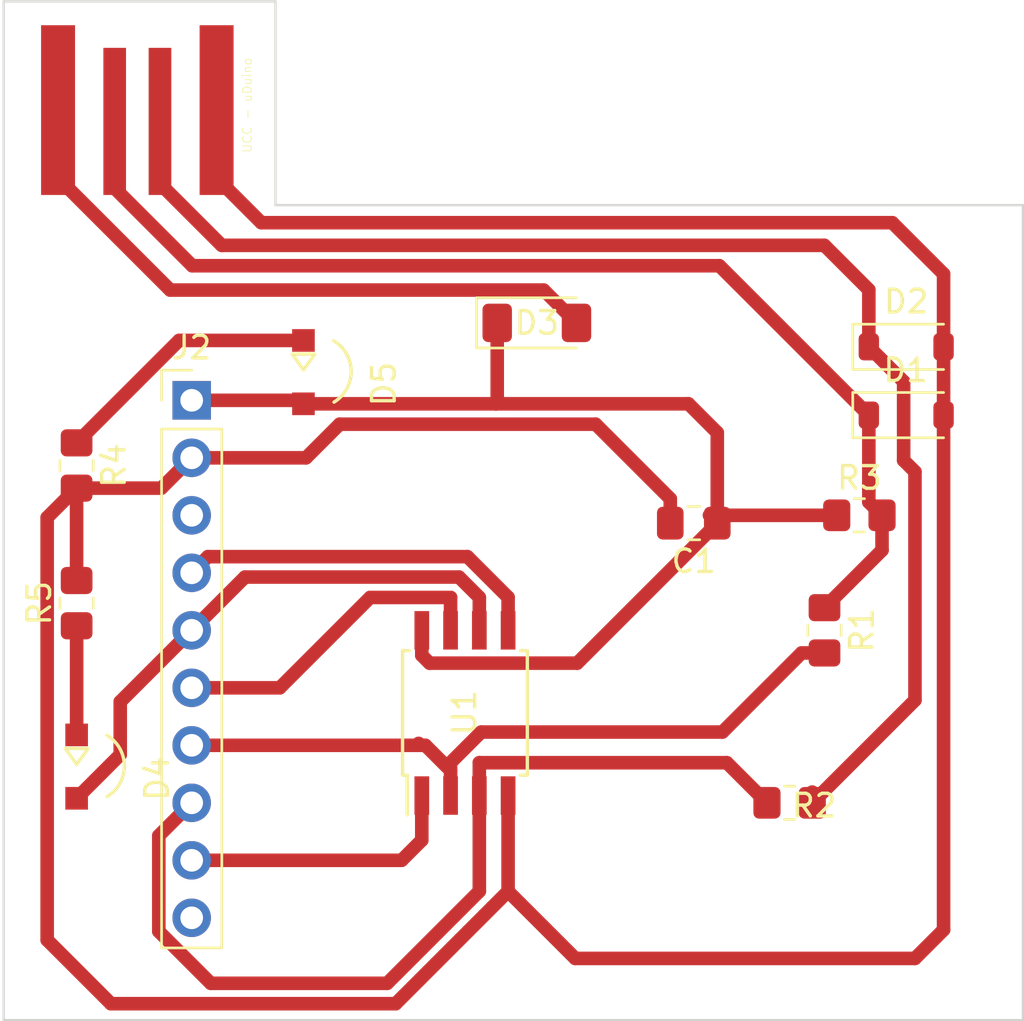
<source format=kicad_pcb>
(kicad_pcb (version 20241229) (generator "pcbnew") (generator_version "9.0")
  (layers (0 "F.Cu" signal) (2 "B.Cu" signal) (13 "F.Paste" user) (15 "B.Paste" user) (5 "F.SilkS" user "F.Silkscreen") (7 "B.SilkS" user "B.Silkscreen") (1 "F.Mask" user) (3 "B.Mask" user) (25 "Edge.Cuts" user))
  (net 0 "")
  (net 1 "GND")
  (net 2 "Net-(D1-K)")
  (net 3 "+5V")
  (net 4 "Net-(D2-K)")
  (net 5 "/1")
  (net 6 "Net-(D4-K)")
  (net 7 "Net-(D4-A)")
  (net 8 "Net-(D5-K)")
  (net 10 "Net-(J2-Pin_4)")
  (net 11 "Net-(J2-Pin_6)")
  (net 12 "Net-(J2-Pin_7)")
  (net 13 "Net-(J2-Pin_8)")
  (net 14 "Net-(J2-Pin_9)")
  (footprint "Resistor_SMD:R_0805_2012Metric_Pad1.20x1.40mm_HandSolder" (layer "F.Cu") (at 212.98342 55.725502 -90)
    (property "Reference" "R4" (at 0 -1.65 90) (layer "F.SilkS"))
    (property "Value" "330Ω 5% 1/8W")
    (fp_line (start -0.227064 0.735) (end 0.227064 0.735) (stroke (width 0.12)) (layer "F.SilkS"))
    (fp_line (start -0.227064 -0.735) (end 0.227064 -0.735) (stroke (width 0.12)) (layer "F.SilkS"))
    (pad "1" smd roundrect (at -1 0 270) (size 1.2 1.4) (layers "F.Cu" "F.Mask" "F.Paste") (roundrect_rratio 0.208333) (net 8 "Net-(D5-K)"))
    (pad "2" smd roundrect (at 1 0 270) (size 1.2 1.4) (layers "F.Cu" "F.Mask" "F.Paste") (roundrect_rratio 0.208333) (net 1 "GND"))
  )
  (footprint "Package_SO:SOIC-8W_5.3x5.3mm_P1.27mm" (layer "F.Cu") (at 230.130502 66.655502 90)
    (property "Reference" "U1" (at 0.0178 -0.0254 90) (layer "F.SilkS"))
    (property "Value" "ATtiny85-20S")
    (fp_line (start 2.75 -2.755) (end 2.75 -2.455) (stroke (width 0.15)) (layer "F.SilkS"))
    (fp_line (start -2.75 -2.755) (end 2.75 -2.755) (stroke (width 0.15)) (layer "F.SilkS"))
    (fp_line (start -2.75 -2.755) (end -2.75 -2.55) (stroke (width 0.15)) (layer "F.SilkS"))
    (fp_line (start -2.75 -2.55) (end -4.5 -2.55) (stroke (width 0.15)) (layer "F.SilkS"))
    (fp_line (start 2.75 2.755) (end 2.75 2.455) (stroke (width 0.15)) (layer "F.SilkS"))
    (fp_line (start -2.75 2.755) (end -2.75 2.455) (stroke (width 0.15)) (layer "F.SilkS"))
    (fp_line (start -2.75 2.755) (end 2.75 2.755) (stroke (width 0.15)) (layer "F.SilkS"))
    (pad "1" smd rect (at -3.65 -1.905 90) (size 1.7 0.65) (layers "F.Cu" "F.Mask" "F.Paste") (net 14 "Net-(J2-Pin_9)"))
    (pad "2" smd rect (at -3.65 -0.635 90) (size 1.7 0.65) (layers "F.Cu" "F.Mask" "F.Paste") (net 12 "Net-(J2-Pin_7)"))
    (pad "3" smd rect (at -3.65 0.635 90) (size 1.7 0.65) (layers "F.Cu" "F.Mask" "F.Paste") (net 13 "Net-(J2-Pin_8)"))
    (pad "4" smd rect (at -3.65 1.905 90) (size 1.7 0.65) (layers "F.Cu" "F.Mask" "F.Paste") (net 1 "GND"))
    (pad "5" smd rect (at 3.65 1.905 90) (size 1.7 0.65) (layers "F.Cu" "F.Mask" "F.Paste") (net 10 "Net-(J2-Pin_4)"))
    (pad "6" smd rect (at 3.65 0.635 90) (size 1.7 0.65) (layers "F.Cu" "F.Mask" "F.Paste") (net 7 "Net-(D4-A)"))
    (pad "7" smd rect (at 3.65 -0.635 90) (size 1.7 0.65) (layers "F.Cu" "F.Mask" "F.Paste") (net 11 "Net-(J2-Pin_6)"))
    (pad "8" smd rect (at 3.65 -1.905 90) (size 1.7 0.65) (layers "F.Cu" "F.Mask" "F.Paste") (net 3 "+5V"))
  )
  (footprint "ledSmd:ledSMD" (layer "F.Cu") (at 223 52 -90)
    (property "Reference" "D5" (at 0.125 -3.55 90) (layer "F.SilkS"))
    (property "Value" "Led Red")
    (fp_line (start -1.2 0.5) (end -1.2 -0.5) (stroke (width 0.15)) (layer "F.SilkS"))
    (fp_line (start -0.5 0) (end -1.2 0.5) (stroke (width 0.15)) (layer "F.SilkS"))
    (fp_line (start -1.15 -0.475) (end -0.5 0) (stroke (width 0.15)) (layer "F.SilkS"))
    (fp_arc (start -1.786089 -1.331572) (mid -0.435753 -2.107089) (end 0.924999 -1.349999) (stroke (width 0.15)) (layer "F.SilkS"))
    (pad "1" smd rect (at -1.8 0 270) (size 1 1) (layers "F.Cu" "F.Mask" "F.Paste") (net 8 "Net-(D5-K)"))
    (pad "2" smd rect (at 1 0 270) (size 1 1) (layers "F.Cu" "F.Mask" "F.Paste") (net 3 "+5V"))
  )
  (footprint "embeddedPcbUsb:USB_A_UCC" (layer "F.Cu") (at 215.665502 40.225502 -90)
    (property "Reference" "J1" (hide yes))
    (property "Value" "USB_PCB_A" (hide yes))
    (fp_text user "UCC - uDuino" (at -2.54 -5.08 90) (layer "F.SilkS") (effects (font (size 0.38608 0.38608) (thickness 0.032512)) (justify right bottom)))
    (pad "1" smd rect (at -0.2 3.5 270) (size 7.5 1.5) (layers "F.Cu" "F.Mask" "F.Paste") (net 5 "/1"))
    (pad "2" smd rect (at 0.3 1 270) (size 6.5 1) (layers "F.Cu" "F.Mask" "F.Paste") (net 2 "Net-(D1-K)"))
    (pad "3" smd rect (at 0.3 -1 270) (size 6.5 1) (layers "F.Cu" "F.Mask" "F.Paste") (net 4 "Net-(D2-K)"))
    (pad "4" smd rect (at -0.2 -3.5 270) (size 7.5 1.5) (layers "F.Cu" "F.Mask" "F.Paste") (net 1 "GND"))
  )
  (footprint "Capacitor_SMD:C_0805_2012Metric_Pad1.18x1.45mm_HandSolder" (layer "F.Cu") (at 240.2339 58.2714 180)
    (property "Reference" "C1" (at 0 -1.68 0) (layer "F.SilkS"))
    (property "Value" "0.1u")
    (fp_line (start -0.261252 0.735) (end 0.261252 0.735) (stroke (width 0.12)) (layer "F.SilkS"))
    (fp_line (start -0.261252 -0.735) (end 0.261252 -0.735) (stroke (width 0.12)) (layer "F.SilkS"))
    (pad "1" smd roundrect (at -1.0375 0 180) (size 1.175 1.45) (layers "F.Cu" "F.Mask" "F.Paste") (roundrect_rratio 0.212766) (net 3 "+5V"))
    (pad "2" smd roundrect (at 1.0375 0 180) (size 1.175 1.45) (layers "F.Cu" "F.Mask" "F.Paste") (roundrect_rratio 0.212766) (net 1 "GND"))
  )
  (footprint "Resistor_SMD:R_0805_2012Metric_Pad1.20x1.40mm_HandSolder" (layer "F.Cu") (at 246.005502 63.005502 -90)
    (property "Reference" "R1" (at 0 -1.65 90) (layer "F.SilkS"))
    (property "Value" "68Ω 5% 1/8W")
    (fp_line (start -0.227064 0.735) (end 0.227064 0.735) (stroke (width 0.12)) (layer "F.SilkS"))
    (fp_line (start -0.227064 -0.735) (end 0.227064 -0.735) (stroke (width 0.12)) (layer "F.SilkS"))
    (pad "1" smd roundrect (at -1 0 270) (size 1.2 1.4) (layers "F.Cu" "F.Mask" "F.Paste") (roundrect_rratio 0.208333) (net 2 "Net-(D1-K)"))
    (pad "2" smd roundrect (at 1 0 270) (size 1.2 1.4) (layers "F.Cu" "F.Mask" "F.Paste") (roundrect_rratio 0.208333) (net 12 "Net-(J2-Pin_7)"))
  )
  (footprint "Resistor_SMD:R_0805_2012Metric_Pad1.20x1.40mm_HandSolder" (layer "F.Cu") (at 244.465502 70.625502 180)
    (property "Reference" "R2" (at -1.081264 -0.1228 0) (layer "F.SilkS"))
    (property "Value" "68Ω 5% 1/8W")
    (fp_line (start -0.227064 0.735) (end 0.227064 0.735) (stroke (width 0.12)) (layer "F.SilkS"))
    (fp_line (start -0.227064 -0.735) (end 0.227064 -0.735) (stroke (width 0.12)) (layer "F.SilkS"))
    (pad "1" smd roundrect (at -1 0 180) (size 1.2 1.4) (layers "F.Cu" "F.Mask" "F.Paste") (roundrect_rratio 0.208333) (net 4 "Net-(D2-K)"))
    (pad "2" smd roundrect (at 1 0 180) (size 1.2 1.4) (layers "F.Cu" "F.Mask" "F.Paste") (roundrect_rratio 0.208333) (net 13 "Net-(J2-Pin_8)"))
  )
  (footprint "Connector_PinHeader_2.54mm:PinHeader_1x10_P2.54mm_Vertical" (layer "F.Cu") (at 218.065502 52.845502)
    (property "Reference" "J2" (at 0 -2.33 0) (layer "F.SilkS"))
    (property "Value" "Header")
    (fp_line (start -1.33 -1.33) (end 0 -1.33) (stroke (width 0.12)) (layer "F.SilkS"))
    (fp_line (start -1.33 0) (end -1.33 -1.33) (stroke (width 0.12)) (layer "F.SilkS"))
    (fp_line (start -1.33 1.27) (end -1.33 24.19) (stroke (width 0.12)) (layer "F.SilkS"))
    (fp_line (start -1.33 1.27) (end 1.33 1.27) (stroke (width 0.12)) (layer "F.SilkS"))
    (fp_line (start -1.33 24.19) (end 1.33 24.19) (stroke (width 0.12)) (layer "F.SilkS"))
    (fp_line (start 1.33 1.27) (end 1.33 24.19) (stroke (width 0.12)) (layer "F.SilkS"))
    (pad "1" thru_hole rect (at 0 0) (size 1.7 1.7) (drill 1) (layers "*.Cu" "*.Mask") (net 3 "+5V"))
    (pad "2" thru_hole oval (at 0 2.54) (size 1.7 1.7) (drill 1) (layers "*.Cu" "*.Mask") (net 1 "GND"))
    (pad "3" thru_hole oval (at 0 5.08) (size 1.7 1.7) (drill 1) (layers "*.Cu" "*.Mask"))
    (pad "4" thru_hole oval (at 0 7.62) (size 1.7 1.7) (drill 1) (layers "*.Cu" "*.Mask") (net 10 "Net-(J2-Pin_4)"))
    (pad "5" thru_hole oval (at 0 10.16) (size 1.7 1.7) (drill 1) (layers "*.Cu" "*.Mask") (net 7 "Net-(D4-A)"))
    (pad "6" thru_hole oval (at 0 12.7) (size 1.7 1.7) (drill 1) (layers "*.Cu" "*.Mask") (net 11 "Net-(J2-Pin_6)"))
    (pad "7" thru_hole oval (at 0 15.24) (size 1.7 1.7) (drill 1) (layers "*.Cu" "*.Mask") (net 12 "Net-(J2-Pin_7)"))
    (pad "8" thru_hole oval (at 0 17.78) (size 1.7 1.7) (drill 1) (layers "*.Cu" "*.Mask") (net 13 "Net-(J2-Pin_8)"))
    (pad "9" thru_hole oval (at 0 20.32) (size 1.7 1.7) (drill 1) (layers "*.Cu" "*.Mask") (net 14 "Net-(J2-Pin_9)"))
    (pad "10" thru_hole oval (at 0 22.86) (size 1.7 1.7) (drill 1) (layers "*.Cu" "*.Mask"))
  )
  (footprint "Diode_SMD:D_MiniMELF" (layer "F.Cu") (at 233.305502 49.425502)
    (property "Reference" "D3" (at 0 0 0) (layer "F.SilkS"))
    (property "Value" "PMLL4148L")
    (fp_line (start -2.66 -1.11) (end -2.66 1.11) (stroke (width 0.12)) (layer "F.SilkS"))
    (fp_line (start -2.66 1.11) (end 1.75 1.11) (stroke (width 0.12)) (layer "F.SilkS"))
    (fp_line (start 1.75 -1.11) (end -2.66 -1.11) (stroke (width 0.12)) (layer "F.SilkS"))
    (pad "1" smd roundrect (at -1.75 0) (size 1.3 1.7) (layers "F.Cu" "F.Mask" "F.Paste") (roundrect_rratio 0.1923076923) (net 3 "+5V"))
    (pad "2" smd roundrect (at 1.75 0) (size 1.3 1.7) (layers "F.Cu" "F.Mask" "F.Paste") (roundrect_rratio 0.1923076923) (net 5 "/1"))
  )
  (footprint "Resistor_SMD:R_0805_2012Metric_Pad1.20x1.40mm_HandSolder" (layer "F.Cu") (at 212.985502 61.805502 90)
    (property "Reference" "R5" (at 0 -1.65 90) (layer "F.SilkS"))
    (property "Value" "330Ω 5% 1/8W")
    (fp_line (start -0.227064 -0.735) (end 0.227064 -0.735) (stroke (width 0.12)) (layer "F.SilkS"))
    (fp_line (start -0.227064 0.735) (end 0.227064 0.735) (stroke (width 0.12)) (layer "F.SilkS"))
    (pad "1" smd roundrect (at -1 0 90) (size 1.2 1.4) (layers "F.Cu" "F.Mask" "F.Paste") (roundrect_rratio 0.208333) (net 6 "Net-(D4-K)"))
    (pad "2" smd roundrect (at 1 0 90) (size 1.2 1.4) (layers "F.Cu" "F.Mask" "F.Paste") (roundrect_rratio 0.208333) (net 1 "GND"))
  )
  (footprint "Diode_SMD:D_SOD-123" (layer "F.Cu") (at 249.613302 53.5)
    (property "Reference" "D1" (at -0.0254 -1.9812 0) (layer "F.SilkS"))
    (property "Value" "3.6V 1/2mW")
    (fp_line (start -2.36 -1) (end -2.36 1) (stroke (width 0.12)) (layer "F.SilkS"))
    (fp_line (start -2.36 -1) (end 1.65 -1) (stroke (width 0.12)) (layer "F.SilkS"))
    (fp_line (start -2.36 1) (end 1.65 1) (stroke (width 0.12)) (layer "F.SilkS"))
    (pad "1" smd roundrect (at -1.65 0) (size 0.9 1.2) (layers "F.Cu" "F.Mask" "F.Paste") (net 2 "Net-(D1-K)"))
    (pad "2" smd roundrect (at 1.65 0) (size 0.9 1.2) (layers "F.Cu" "F.Mask" "F.Paste") (net 1 "GND"))
  )
  (footprint "Resistor_SMD:R_0805_2012Metric_Pad1.20x1.40mm_HandSolder" (layer "F.Cu") (at 247.545502 57.925502)
    (property "Reference" "R3" (at 0 -1.65 0) (layer "F.SilkS"))
    (property "Value" "1.5KΩ 5% 1/8W" (hide yes))
    (fp_line (start -0.227064 -0.735) (end 0.227064 -0.735) (stroke (width 0.12)) (layer "F.SilkS"))
    (fp_line (start -0.227064 0.735) (end 0.227064 0.735) (stroke (width 0.12)) (layer "F.SilkS"))
    (pad "1" smd roundrect (at -1 0) (size 1.2 1.4) (layers "F.Cu" "F.Mask" "F.Paste") (roundrect_rratio 0.208333) (net 3 "+5V"))
    (pad "2" smd roundrect (at 1 0) (size 1.2 1.4) (layers "F.Cu" "F.Mask" "F.Paste") (roundrect_rratio 0.208333) (net 2 "Net-(D1-K)"))
  )
  (footprint "Diode_SMD:D_SOD-123" (layer "F.Cu") (at 249.613302 50.483302)
    (property "Reference" "D2" (at 0 -2 0) (layer "F.SilkS"))
    (property "Value" "3.6V 1/2mW")
    (fp_line (start -2.36 -1) (end -2.36 1) (stroke (width 0.12)) (layer "F.SilkS"))
    (fp_line (start -2.36 -1) (end 1.65 -1) (stroke (width 0.12)) (layer "F.SilkS"))
    (fp_line (start -2.36 1) (end 1.65 1) (stroke (width 0.12)) (layer "F.SilkS"))
    (pad "1" smd roundrect (at -1.65 0) (size 0.9 1.2) (layers "F.Cu" "F.Mask" "F.Paste") (net 4 "Net-(D2-K)"))
    (pad "2" smd roundrect (at 1.65 0) (size 0.9 1.2) (layers "F.Cu" "F.Mask" "F.Paste") (net 1 "GND"))
  )
  (footprint "ledSmd:ledSMD" (layer "F.Cu") (at 212.985502 69.425502 -90)
    (property "Reference" "D4" (at 0.125 -3.55 90) (layer "F.SilkS"))
    (property "Value" "Led Green")
    (fp_line (start -1.2 0.5) (end -1.2 -0.5) (stroke (width 0.15)) (layer "F.SilkS"))
    (fp_line (start -0.5 0) (end -1.2 0.5) (stroke (width 0.15)) (layer "F.SilkS"))
    (fp_line (start -1.15 -0.475) (end -0.5 0) (stroke (width 0.15)) (layer "F.SilkS"))
    (fp_arc (start -1.786089 -1.331572) (mid -0.435753 -2.107089) (end 0.924999 -1.349999) (stroke (width 0.15)) (layer "F.SilkS"))
    (pad "1" smd rect (at -1.8 0 270) (size 1 1) (layers "F.Cu" "F.Mask" "F.Paste") (net 6 "Net-(D4-K)"))
    (pad "2" smd rect (at 1 0 270) (size 1 1) (layers "F.Cu" "F.Mask" "F.Paste") (net 7 "Net-(D4-A)"))
  )
  (gr_line (start 209.765502 80.225502) (end 254.765502 80.225502) (stroke (width 0.1)) (layer "Edge.Cuts"))
  (gr_line (start 209.765502 35.225502) (end 221.765502 35.225502) (stroke (width 0.1)) (layer "Edge.Cuts"))
  (gr_line (start 209.765502 35.225502) (end 209.765502 80.225502) (stroke (width 0.1)) (layer "Edge.Cuts"))
  (gr_line (start 254.765502 80.225502) (end 254.765502 44.225502) (stroke (width 0.1)) (layer "Edge.Cuts"))
  (gr_line (start 254.765502 44.225502) (end 221.765502 44.225502) (stroke (width 0.1)) (layer "Edge.Cuts"))
  (gr_line (start 221.765502 35.225502) (end 221.765502 44.225502) (stroke (width 0.1)) (layer "Edge.Cuts"))
  (segment (start 232.035502 74.535502) (end 232.035502 70.305502) (width 0.6) (layer "F.Cu") (net 1))
  (segment (start 235 77.5) (end 232.035502 74.535502) (width 0.6) (layer "F.Cu") (net 1))
  (segment (start 251.263302 50.483302) (end 251.263302 53.5) (width 0.6) (layer "F.Cu") (net 1))
  (segment (start 223.114498 55.385502) (end 218.065502 55.385502) (width 0.6) (layer "F.Cu") (net 1))
  (segment (start 239.1964 57.1964) (end 235.901 53.901) (width 0.6) (layer "F.Cu") (net 1))
  (segment (start 219.165502 43.025502) (end 221.14 45) (width 0.6) (layer "F.Cu") (net 1))
  (segment (start 250 77.5) (end 235 77.5) (width 0.6) (layer "F.Cu") (net 1))
  (segment (start 212.98342 56.725502) (end 211.684502 58.02442) (width 0.6) (layer "F.Cu") (net 1))
  (segment (start 235.901 53.901) (end 224.599 53.901) (width 0.6) (layer "F.Cu") (net 1))
  (segment (start 251.263302 76.236698) (end 250 77.5) (width 0.6) (layer "F.Cu") (net 1))
  (segment (start 219.165502 40.025502) (end 219.165502 43.025502) (width 0.6) (layer "F.Cu") (net 1))
  (segment (start 216.725502 56.725502) (end 212.98342 56.725502) (width 0.6) (layer "F.Cu") (net 1))
  (segment (start 212.98342 56.725502) (end 212.98342 60.80342) (width 0.6) (layer "F.Cu") (net 1))
  (segment (start 214.5 79.5) (end 227.071004 79.5) (width 0.6) (layer "F.Cu") (net 1))
  (segment (start 224.599 53.901) (end 223.114498 55.385502) (width 0.6) (layer "F.Cu") (net 1))
  (segment (start 251.263302 53.5) (end 251.263302 76.236698) (width 0.6) (layer "F.Cu") (net 1))
  (segment (start 249 45) (end 251.263302 47.263302) (width 0.6) (layer "F.Cu") (net 1))
  (segment (start 221.14 45) (end 249 45) (width 0.6) (layer "F.Cu") (net 1))
  (segment (start 218.065502 55.385502) (end 216.725502 56.725502) (width 0.6) (layer "F.Cu") (net 1))
  (segment (start 211.684502 76.684502) (end 214.5 79.5) (width 0.6) (layer "F.Cu") (net 1))
  (segment (start 227.071004 79.5) (end 232.035502 74.535502) (width 0.6) (layer "F.Cu") (net 1))
  (segment (start 251.263302 47.263302) (end 251.263302 50.483302) (width 0.6) (layer "F.Cu") (net 1))
  (segment (start 212.98342 60.80342) (end 212.985502 60.805502) (width 0.6) (layer "F.Cu") (net 1))
  (segment (start 211.684502 58.02442) (end 211.684502 76.684502) (width 0.6) (layer "F.Cu") (net 1))
  (segment (start 239.1964 58.2714) (end 239.1964 57.1964) (width 0.6) (layer "F.Cu") (net 1))
  (segment (start 241.364302 46.901) (end 218.089 46.901) (width 0.6) (layer "F.Cu") (net 2))
  (segment (start 218.089 46.901) (end 214.665502 43.477502) (width 0.6) (layer "F.Cu") (net 2))
  (segment (start 248.545502 59.465502) (end 248.545502 57.925502) (width 0.6) (layer "F.Cu") (net 2))
  (segment (start 246.005502 62.005502) (end 248.545502 59.465502) (width 0.6) (layer "F.Cu") (net 2))
  (segment (start 247.963302 53.5) (end 241.364302 46.901) (width 0.6) (layer "F.Cu") (net 2))
  (segment (start 247.963302 57.343302) (end 248.545502 57.925502) (width 0.6) (layer "F.Cu") (net 2))
  (segment (start 214.665502 43.477502) (end 214.665502 40.525502) (width 0.6) (layer "F.Cu") (net 2))
  (segment (start 247.963302 53.5) (end 247.963302 57.343302) (width 0.6) (layer "F.Cu") (net 2))
  (segment (start 231.5 53) (end 223 53) (width 0.6) (layer "F.Cu") (net 3))
  (segment (start 228.225502 63.005502) (end 228.225502 64.112502) (width 0.6) (layer "F.Cu") (net 3))
  (segment (start 241.5 58.5) (end 241.2714 58.2714) (width 0.6) (layer "F.Cu") (net 3))
  (segment (start 228.569502 64.456502) (end 235.086298 64.456502) (width 0.6) (layer "F.Cu") (net 3))
  (segment (start 246.545502 57.925502) (end 241.617298 57.925502) (width 0.6) (layer "F.Cu") (net 3))
  (segment (start 241.617298 57.925502) (end 241.2714 58.2714) (width 0.6) (layer "F.Cu") (net 3))
  (segment (start 222.845502 52.845502) (end 223 53) (width 0.6) (layer "F.Cu") (net 3))
  (segment (start 218.065502 52.845502) (end 222.845502 52.845502) (width 0.6) (layer "F.Cu") (net 3))
  (segment (start 235.086298 64.456502) (end 241.2714 58.2714) (width 0.6) (layer "F.Cu") (net 3))
  (segment (start 240 53) (end 231.5 53) (width 0.6) (layer "F.Cu") (net 3))
  (segment (start 240.925502 57.925502) (end 241.2714 58.2714) (width 0.6) (layer "F.Cu") (net 3))
  (segment (start 241.2714 58.2714) (end 241.2714 54.2714) (width 0.6) (layer "F.Cu") (net 3))
  (segment (start 241.2714 54.2714) (end 240 53) (width 0.6) (layer "F.Cu") (net 3))
  (segment (start 231.555502 49.425502) (end 231.555502 52.944498) (width 0.6) (layer "F.Cu") (net 3))
  (segment (start 231.555502 52.944498) (end 231.5 53) (width 0.6) (layer "F.Cu") (net 3))
  (segment (start 228.225502 64.112502) (end 228.569502 64.456502) (width 0.6) (layer "F.Cu") (net 3))
  (segment (start 247.963302 47.963302) (end 247.963302 50.483302) (width 0.6) (layer "F.Cu") (net 4))
  (segment (start 219.39 46) (end 246 46) (width 0.6) (layer "F.Cu") (net 4))
  (segment (start 250 56) (end 250 66.091004) (width 0.6) (layer "F.Cu") (net 4))
  (segment (start 247.963302 50.483302) (end 249.5 52.02) (width 0.6) (layer "F.Cu") (net 4))
  (segment (start 216.665502 40.525502) (end 216.665502 43.275502) (width 0.6) (layer "F.Cu") (net 4))
  (segment (start 245.465502 70.150102) (end 245.465502 70.625502) (width 0.6) (layer "F.Cu") (net 4))
  (segment (start 216.665502 43.275502) (end 219.39 46) (width 0.6) (layer "F.Cu") (net 4))
  (segment (start 250 66.091004) (end 245.465502 70.625502) (width 0.6) (layer "F.Cu") (net 4))
  (segment (start 246 46) (end 247.963302 47.963302) (width 0.6) (layer "F.Cu") (net 4))
  (segment (start 249.5 52.02) (end 249.5 55.5) (width 0.6) (layer "F.Cu") (net 4))
  (segment (start 249.5 55.5) (end 250 56) (width 0.6) (layer "F.Cu") (net 4))
  (segment (start 217.114502 47.974502) (end 233.604502 47.974502) (width 0.6) (layer "F.Cu") (net 5))
  (segment (start 212.165502 40.025502) (end 212.165502 43.025502) (width 0.6) (layer "F.Cu") (net 5))
  (segment (start 212.165502 43.025502) (end 217.114502 47.974502) (width 0.6) (layer "F.Cu") (net 5))
  (segment (start 233.604502 47.974502) (end 235.055502 49.425502) (width 0.6) (layer "F.Cu") (net 5))
  (segment (start 212.985502 62.805502) (end 212.985502 67.625502) (width 0.6) (layer "F.Cu") (net 6))
  (segment (start 214.911004 68.5) (end 214.911004 66.16) (width 0.6) (layer "F.Cu") (net 7))
  (segment (start 218.065502 63.005502) (end 220.417501 60.653503) (width 0.6) (layer "F.Cu") (net 7))
  (segment (start 229.867709 60.653503) (end 230.765502 61.551296) (width 0.6) (layer "F.Cu") (net 7))
  (segment (start 220.417501 60.653503) (end 229.867709 60.653503) (width 0.6) (layer "F.Cu") (net 7))
  (segment (start 230.765502 61.551296) (end 230.765502 63.005502) (width 0.6) (layer "F.Cu") (net 7))
  (segment (start 212.985502 70.425502) (end 214.911004 68.5) (width 0.6) (layer "F.Cu") (net 7))
  (segment (start 214.911004 66.16) (end 218.065502 63.005502) (width 0.6) (layer "F.Cu") (net 7))
  (segment (start 223 50.2) (end 217.508922 50.2) (width 0.6) (layer "F.Cu") (net 8))
  (segment (start 217.508922 50.2) (end 212.98342 54.725502) (width 0.6) (layer "F.Cu") (net 8))
  (segment (start 218.065502 60.465502) (end 218.7785 59.752504) (width 0.6) (layer "F.Cu") (net 10))
  (segment (start 232.035502 61.54709) (end 232.035502 63.005502) (width 0.6) (layer "F.Cu") (net 10))
  (segment (start 218.7785 59.752504) (end 230.240916 59.752504) (width 0.6) (layer "F.Cu") (net 10))
  (segment (start 230.240916 59.752504) (end 232.035502 61.54709) (width 0.6) (layer "F.Cu") (net 10))
  (segment (start 229.494502 61.554502) (end 225.945498 61.554502) (width 0.6) (layer "F.Cu") (net 11))
  (segment (start 221.954498 65.545502) (end 218.065502 65.545502) (width 0.6) (layer "F.Cu") (net 11))
  (segment (start 229.495502 61.555502) (end 229.494502 61.554502) (width 0.6) (layer "F.Cu") (net 11))
  (segment (start 225.945498 61.554502) (end 221.954498 65.545502) (width 0.6) (layer "F.Cu") (net 11))
  (segment (start 229.495502 63.005502) (end 229.495502 61.555502) (width 0.6) (layer "F.Cu") (net 11))
  (segment (start 229.495502 69.198502) (end 228.382502 68.085502) (width 0.6) (layer "F.Cu") (net 12))
  (segment (start 228.085502 68) (end 228 68.085502) (width 0.6) (layer "F.Cu") (net 12))
  (segment (start 230.846798 67.5) (end 229.495502 68.851296) (width 0.6) (layer "F.Cu") (net 12))
  (segment (start 241.5 67.5) (end 230.846798 67.5) (width 0.6) (layer "F.Cu") (net 12))
  (segment (start 228 68.085502) (end 218.065502 68.085502) (width 0.6) (layer "F.Cu") (net 12))
  (segment (start 246.005502 64.005502) (end 244.994498 64.005502) (width 0.6) (layer "F.Cu") (net 12))
  (segment (start 244.994498 64.005502) (end 241.5 67.5) (width 0.6) (layer "F.Cu") (net 12))
  (segment (start 229.495502 68.851296) (end 229.495502 69.198502) (width 0.6) (layer "F.Cu") (net 12))
  (segment (start 229.495502 70.305502) (end 229.495502 69.198502) (width 0.6) (layer "F.Cu") (net 12))
  (segment (start 228.382502 68.085502) (end 228 68.085502) (width 0.6) (layer "F.Cu") (net 12))
  (segment (start 241.694502 68.854502) (end 243.465502 70.625502) (width 0.6) (layer "F.Cu") (net 13))
  (segment (start 216.614502 72.076502) (end 216.614502 76.306526) (width 0.6) (layer "F.Cu") (net 13))
  (segment (start 218.065502 70.625502) (end 216.614502 72.076502) (width 0.6) (layer "F.Cu") (net 13))
  (segment (start 230.765502 68.855502) (end 230.766502 68.854502) (width 0.6) (layer "F.Cu") (net 13))
  (segment (start 230.765502 70.305502) (end 230.765502 68.855502) (width 0.6) (layer "F.Cu") (net 13))
  (segment (start 230.766502 68.854502) (end 241.694502 68.854502) (width 0.6) (layer "F.Cu") (net 13))
  (segment (start 216.614502 76.306526) (end 218.906976 78.599) (width 0.6) (layer "F.Cu") (net 13))
  (segment (start 226.697798 78.599) (end 230.765502 74.531296) (width 0.6) (layer "F.Cu") (net 13))
  (segment (start 218.906976 78.599) (end 226.697798 78.599) (width 0.6) (layer "F.Cu") (net 13))
  (segment (start 230.765502 74.531296) (end 230.765502 70.305502) (width 0.6) (layer "F.Cu") (net 13))
  (segment (start 228.225502 70.305502) (end 228.225502 72.274498) (width 0.6) (layer "F.Cu") (net 14))
  (segment (start 227.334498 73.165502) (end 218.065502 73.165502) (width 0.6) (layer "F.Cu") (net 14))
  (segment (start 228.225502 72.274498) (end 227.334498 73.165502) (width 0.6) (layer "F.Cu") (net 14))
)
</source>
